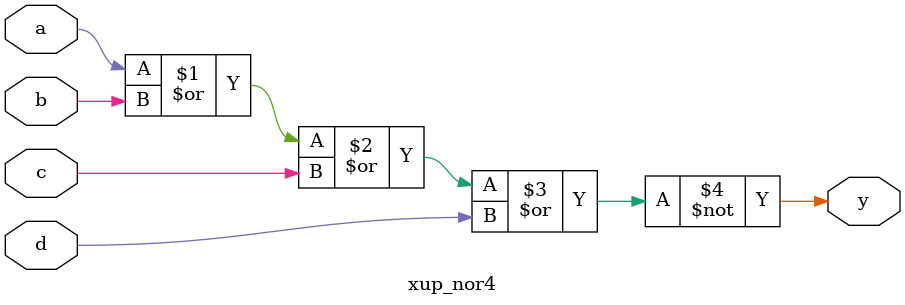
<source format=v>
`timescale 1ns / 1ps
module xup_nor4 #(parameter DELAY = 3)(
    input wire a,
    input wire b,
    input wire c,
    input wire d,
    output wire y
    );
    
    nor #DELAY (y,a,b,c,d);
    
endmodule

</source>
